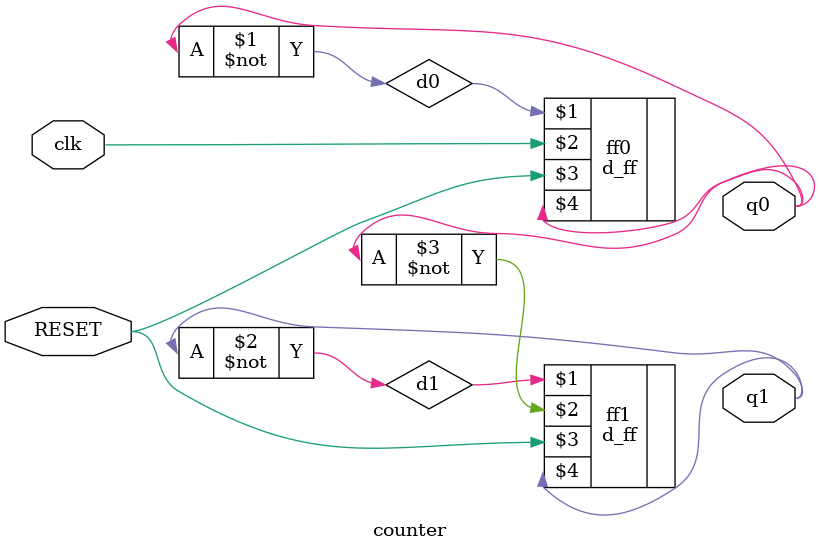
<source format=v>
`timescale 1ns / 1ps


module counter(
    input clk,
    input RESET,
    output q0,q1
    );
    wire d0, d1;

assign d0 = ~q0;
assign d1 = ~q1;

d_ff ff0(d0, clk, RESET, q0);
d_ff ff1(d1, ~q0 , RESET, q1);
endmodule

</source>
